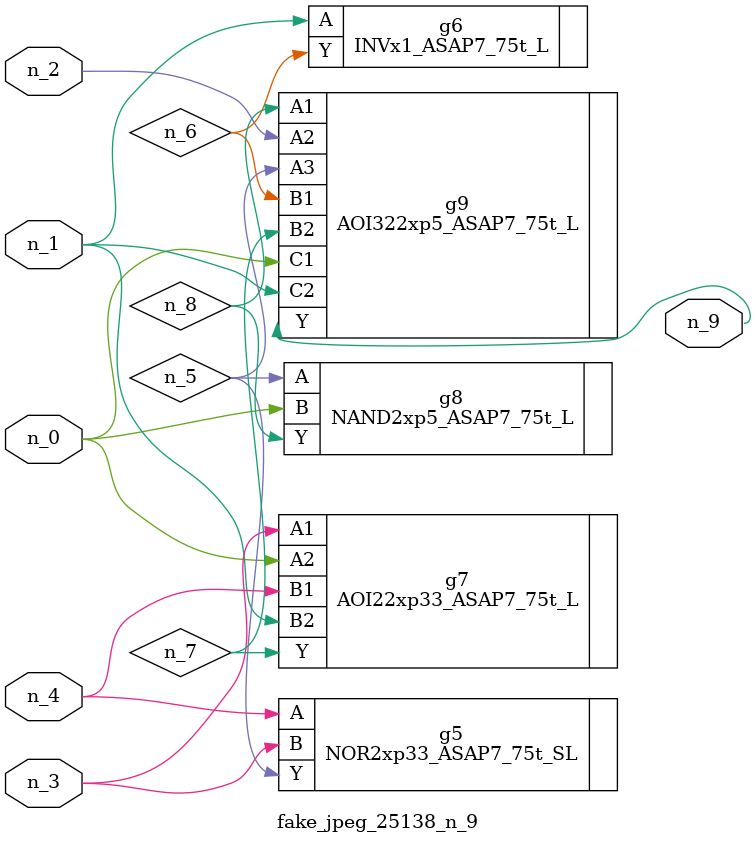
<source format=v>
module fake_jpeg_25138_n_9 (n_3, n_2, n_1, n_0, n_4, n_9);

input n_3;
input n_2;
input n_1;
input n_0;
input n_4;

output n_9;

wire n_8;
wire n_6;
wire n_5;
wire n_7;

NOR2xp33_ASAP7_75t_SL g5 ( 
.A(n_4),
.B(n_3),
.Y(n_5)
);

INVx1_ASAP7_75t_L g6 ( 
.A(n_1),
.Y(n_6)
);

AOI22xp33_ASAP7_75t_L g7 ( 
.A1(n_3),
.A2(n_0),
.B1(n_4),
.B2(n_1),
.Y(n_7)
);

NAND2xp5_ASAP7_75t_L g8 ( 
.A(n_5),
.B(n_0),
.Y(n_8)
);

AOI322xp5_ASAP7_75t_L g9 ( 
.A1(n_8),
.A2(n_2),
.A3(n_5),
.B1(n_6),
.B2(n_7),
.C1(n_0),
.C2(n_1),
.Y(n_9)
);


endmodule
</source>
